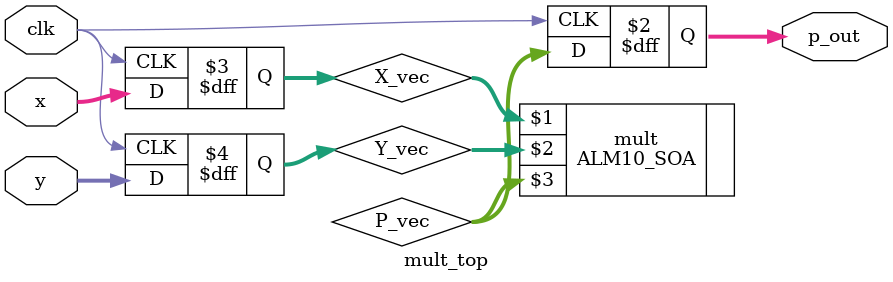
<source format=v>

`include "timescale.v"

module mult_top(
    // Clock and reset
    input clk,
    // Input X has a form x_i%d where %d denotes the bit number
    input  [15:0] x,
    // Input Y has a form y_i%d where %d denotes the bit number
    input  [15:0] y,
    // Output P has a form p_out%d where %d denotes the bit number
    output reg [31:0] p_out
    );

    
    // Now we have X_vec and Y_vec signal 
    // Then we do processing with these signals and store the 
    // intermidiate result in P_vec
    // For example purposes X_vec and Y_vec are concanated and stored in P_vec
    wire [31:0] P_vec;
    reg [15:0] X_vec;
    reg [15:0] Y_vec;
    
    ALM10_SOA mult(X_vec,Y_vec,P_vec); 

 
    always @(posedge clk) 
    begin
        p_out = P_vec;
        X_vec = x;
        Y_vec = y;
    end

endmodule 


</source>
